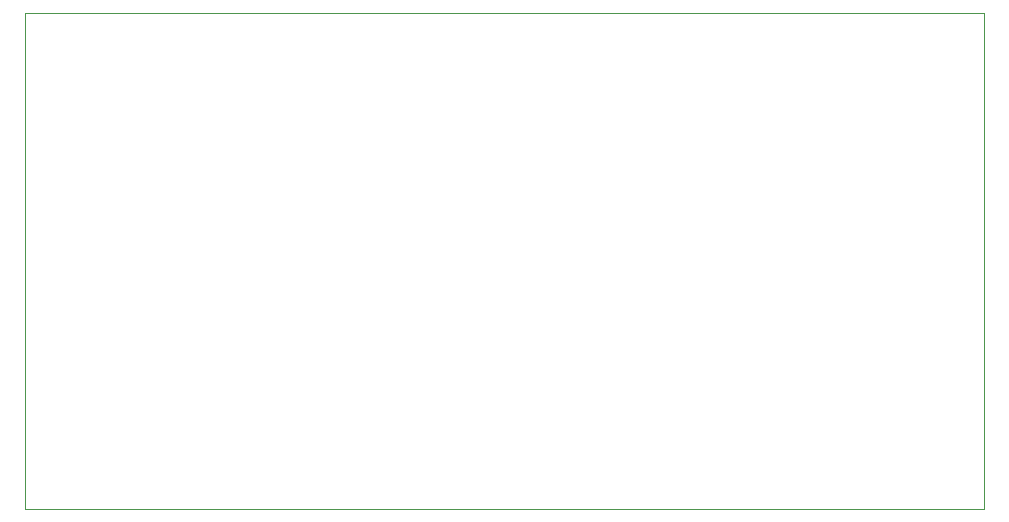
<source format=gbr>
G04 (created by PCBNEW (2013-mar-13)-testing) date Thu 03 Oct 2013 09:38:53 AM PDT*
%MOIN*%
G04 Gerber Fmt 3.4, Leading zero omitted, Abs format*
%FSLAX34Y34*%
G01*
G70*
G90*
G04 APERTURE LIST*
%ADD10C,0.005906*%
%ADD11C,0.003937*%
G04 APERTURE END LIST*
G54D10*
G54D11*
X45275Y-47637D02*
X45275Y-31102D01*
X77263Y-47637D02*
X45275Y-47637D01*
X77263Y-31102D02*
X77263Y-47637D01*
X45275Y-31102D02*
X77263Y-31102D01*
M02*

</source>
